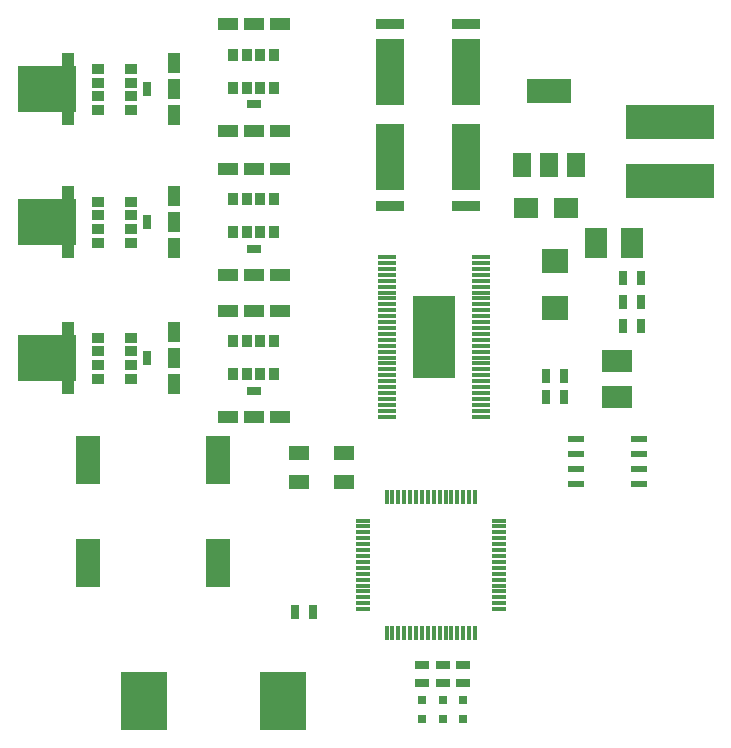
<source format=gtp>
G04 #@! TF.FileFunction,Paste,Top*
%FSLAX46Y46*%
G04 Gerber Fmt 4.6, Leading zero omitted, Abs format (unit mm)*
G04 Created by KiCad (PCBNEW 4.0.6) date 07/07/17 00:51:22*
%MOMM*%
%LPD*%
G01*
G04 APERTURE LIST*
%ADD10C,0.100000*%
%ADD11R,2.499360X1.950720*%
%ADD12R,1.950720X2.499360*%
%ADD13R,7.498080X2.997200*%
%ADD14R,4.000000X5.000000*%
%ADD15R,5.000000X4.000000*%
%ADD16R,0.635000X1.143000*%
%ADD17R,1.143000X0.635000*%
%ADD18R,2.438400X5.588000*%
%ADD19R,2.438400X0.889000*%
%ADD20R,1.300480X0.300000*%
%ADD21R,0.300000X1.300480*%
%ADD22R,1.501140X0.299720*%
%ADD23R,3.599180X7.000240*%
%ADD24R,1.399540X0.599440*%
%ADD25R,1.800860X1.198880*%
%ADD26R,0.701040X1.300480*%
%ADD27R,1.099820X0.850900*%
%ADD28R,1.099820X1.699260*%
%ADD29R,1.300480X0.701040*%
%ADD30R,0.850900X1.099820*%
%ADD31R,1.699260X1.099820*%
%ADD32R,0.800000X0.800000*%
%ADD33R,2.100580X1.699260*%
%ADD34R,3.800000X2.000000*%
%ADD35R,1.500000X2.000000*%
%ADD36R,2.301240X1.998980*%
%ADD37R,2.000000X4.100000*%
G04 APERTURE END LIST*
D10*
D11*
X235000000Y-117274000D03*
X235000000Y-114226000D03*
D12*
X236274000Y-104250000D03*
X233226000Y-104250000D03*
D13*
X239500000Y-94000640D03*
X239500000Y-98999360D03*
D14*
X206750000Y-143000000D03*
X195000000Y-143000000D03*
D15*
X186750000Y-91250000D03*
X186750000Y-102500000D03*
X186750000Y-114000000D03*
D16*
X237012000Y-107250000D03*
X235488000Y-107250000D03*
X228988000Y-117250000D03*
X230512000Y-117250000D03*
X228988000Y-115500000D03*
X230512000Y-115500000D03*
D17*
X218500000Y-141512000D03*
X218500000Y-139988000D03*
D16*
X207738000Y-135500000D03*
X209262000Y-135500000D03*
D17*
X220250000Y-141512000D03*
X220250000Y-139988000D03*
X222000000Y-141512000D03*
X222000000Y-139988000D03*
D18*
X222238500Y-96952000D03*
X215761500Y-96952000D03*
D19*
X222238500Y-101079500D03*
X215761500Y-101079500D03*
D18*
X215761500Y-89798000D03*
X222238500Y-89798000D03*
D19*
X215761500Y-85670500D03*
X222238500Y-85670500D03*
D16*
X235488000Y-111250000D03*
X237012000Y-111250000D03*
X235488000Y-109250000D03*
X237012000Y-109250000D03*
D20*
X213499440Y-129249560D03*
X213499440Y-129749940D03*
X213499440Y-130250320D03*
X213499440Y-130750700D03*
X213499440Y-131251080D03*
X213499440Y-127750960D03*
X213499440Y-128248800D03*
X213499440Y-128749180D03*
D21*
X215500960Y-137250560D03*
X215998800Y-137250560D03*
X216499180Y-137250560D03*
X216999560Y-137250560D03*
X217499940Y-137250560D03*
X218000320Y-137250560D03*
X218500700Y-137250560D03*
X219001080Y-137250560D03*
D20*
X225000560Y-135249040D03*
X225000560Y-134751200D03*
X225000560Y-134250820D03*
X225000560Y-133750440D03*
X225000560Y-133250060D03*
X225000560Y-132749680D03*
X225000560Y-132249300D03*
X225000560Y-131748920D03*
D21*
X222999040Y-125749440D03*
X222501200Y-125749440D03*
X222000820Y-125749440D03*
X221500440Y-125749440D03*
X221000060Y-125749440D03*
X220499680Y-125749440D03*
X219999300Y-125749440D03*
X219498920Y-125749440D03*
D20*
X213499440Y-131748920D03*
X213499440Y-132249300D03*
X213499440Y-132749680D03*
D21*
X219498920Y-137250560D03*
X219999300Y-137250560D03*
X220499680Y-137250560D03*
D20*
X225000560Y-131251080D03*
X225000560Y-130750700D03*
X225000560Y-130250320D03*
D21*
X219001080Y-125749440D03*
X218500700Y-125749440D03*
X218000320Y-125749440D03*
D20*
X213499440Y-133250060D03*
X213499440Y-133750440D03*
X213499440Y-134250820D03*
X213499440Y-134751200D03*
X213499440Y-135249040D03*
D21*
X221000060Y-137250560D03*
X221500440Y-137250560D03*
X222000820Y-137250560D03*
X222501200Y-137250560D03*
X222999040Y-137250560D03*
D20*
X225000560Y-129749940D03*
X225000560Y-129249560D03*
X225000560Y-128749180D03*
X225000560Y-128248800D03*
X225000560Y-127750960D03*
D21*
X217499940Y-125749440D03*
X216999560Y-125749440D03*
X216499180Y-125749440D03*
X215998800Y-125749440D03*
X215500960Y-125749440D03*
D22*
X215499500Y-109946220D03*
X215499500Y-110446600D03*
X215499500Y-110946980D03*
X215499500Y-111447360D03*
X215499500Y-111947740D03*
X215499500Y-112445580D03*
X215499500Y-112945960D03*
X215499500Y-113446340D03*
X215499500Y-113946720D03*
X215499500Y-114447100D03*
X215499500Y-114947480D03*
X215499500Y-105447880D03*
X215499500Y-105945720D03*
X215499500Y-106446100D03*
X223500500Y-110946980D03*
X215499500Y-107446860D03*
X215499500Y-107947240D03*
X215499500Y-108447620D03*
X215499500Y-108945460D03*
X215499500Y-109445840D03*
X223500500Y-113446340D03*
X223500500Y-112945960D03*
X223500500Y-112445580D03*
X223500500Y-111947740D03*
X223500500Y-111447360D03*
X215499500Y-106946480D03*
X223500500Y-110446600D03*
X223500500Y-109946220D03*
X223500500Y-109445840D03*
X223500500Y-108945460D03*
X223500500Y-108447620D03*
X223500500Y-107947240D03*
X223500500Y-107446860D03*
X223500500Y-118945440D03*
X223500500Y-118447600D03*
X223500500Y-117947220D03*
X223500500Y-117446840D03*
X223500500Y-116946460D03*
X223500500Y-116446080D03*
X223500500Y-115945700D03*
X223500500Y-115447860D03*
X223500500Y-114947480D03*
X223500500Y-114447100D03*
X223500500Y-113946720D03*
X223500500Y-106946480D03*
X223500500Y-106446100D03*
X223500500Y-105945720D03*
X223500500Y-105447880D03*
X215499500Y-115447860D03*
X215499500Y-115945700D03*
X215499500Y-116446080D03*
X215499500Y-116946460D03*
X215499500Y-117446840D03*
X215499500Y-117947220D03*
X215499500Y-118447600D03*
X215499500Y-118945440D03*
D23*
X219500000Y-112250000D03*
D24*
X236917000Y-120845000D03*
X231583000Y-120845000D03*
X236917000Y-122115000D03*
X236917000Y-123385000D03*
X236917000Y-124655000D03*
X231583000Y-122115000D03*
X231583000Y-123385000D03*
X231583000Y-124655000D03*
D25*
X211899920Y-124499680D03*
X211899920Y-122000320D03*
X208100080Y-122000320D03*
X208100080Y-124499680D03*
D26*
X195250440Y-91250000D03*
D27*
X193850900Y-91829120D03*
X193850900Y-90670880D03*
X191049280Y-90670880D03*
X191049280Y-91829120D03*
X193850900Y-92979740D03*
X191049280Y-92979740D03*
X193850900Y-89520260D03*
X191049280Y-89520260D03*
D28*
X197500880Y-91250000D03*
X197500880Y-93449640D03*
X197500880Y-89050360D03*
X188501660Y-91250000D03*
X188501660Y-89050360D03*
X188501660Y-93449640D03*
D29*
X204250000Y-92500440D03*
D30*
X203670880Y-91100900D03*
X204829120Y-91100900D03*
X204829120Y-88299280D03*
X203670880Y-88299280D03*
X202520260Y-91100900D03*
X202520260Y-88299280D03*
X205979740Y-91100900D03*
X205979740Y-88299280D03*
D31*
X204250000Y-94750880D03*
X202050360Y-94750880D03*
X206449640Y-94750880D03*
X204250000Y-85751660D03*
X206449640Y-85751660D03*
X202050360Y-85751660D03*
D26*
X195250440Y-102500000D03*
D27*
X193850900Y-103079120D03*
X193850900Y-101920880D03*
X191049280Y-101920880D03*
X191049280Y-103079120D03*
X193850900Y-104229740D03*
X191049280Y-104229740D03*
X193850900Y-100770260D03*
X191049280Y-100770260D03*
D28*
X197500880Y-102500000D03*
X197500880Y-104699640D03*
X197500880Y-100300360D03*
X188501660Y-102500000D03*
X188501660Y-100300360D03*
X188501660Y-104699640D03*
D29*
X204250000Y-104750440D03*
D30*
X203670880Y-103350900D03*
X204829120Y-103350900D03*
X204829120Y-100549280D03*
X203670880Y-100549280D03*
X202520260Y-103350900D03*
X202520260Y-100549280D03*
X205979740Y-103350900D03*
X205979740Y-100549280D03*
D31*
X204250000Y-107000880D03*
X202050360Y-107000880D03*
X206449640Y-107000880D03*
X204250000Y-98001660D03*
X206449640Y-98001660D03*
X202050360Y-98001660D03*
D26*
X195250440Y-114000000D03*
D27*
X193850900Y-114579120D03*
X193850900Y-113420880D03*
X191049280Y-113420880D03*
X191049280Y-114579120D03*
X193850900Y-115729740D03*
X191049280Y-115729740D03*
X193850900Y-112270260D03*
X191049280Y-112270260D03*
D28*
X197500880Y-114000000D03*
X197500880Y-116199640D03*
X197500880Y-111800360D03*
X188501660Y-114000000D03*
X188501660Y-111800360D03*
X188501660Y-116199640D03*
D29*
X204250000Y-116750440D03*
D30*
X203670880Y-115350900D03*
X204829120Y-115350900D03*
X204829120Y-112549280D03*
X203670880Y-112549280D03*
X202520260Y-115350900D03*
X202520260Y-112549280D03*
X205979740Y-115350900D03*
X205979740Y-112549280D03*
D31*
X204250000Y-119000880D03*
X202050360Y-119000880D03*
X206449640Y-119000880D03*
X204250000Y-110001660D03*
X206449640Y-110001660D03*
X202050360Y-110001660D03*
D32*
X222000000Y-144550000D03*
X222000000Y-142950000D03*
X220250000Y-144550000D03*
X220250000Y-142950000D03*
X218500000Y-144550000D03*
X218500000Y-142950000D03*
D33*
X230729740Y-101250000D03*
X227270260Y-101250000D03*
D34*
X229250000Y-91350000D03*
D35*
X229250000Y-97650000D03*
X231550000Y-97650000D03*
X226950000Y-97650000D03*
D36*
X229750000Y-105740860D03*
X229750000Y-109759140D03*
D37*
X201200000Y-131350000D03*
X201200000Y-122650000D03*
X190200000Y-131350000D03*
X190200000Y-122650000D03*
M02*

</source>
